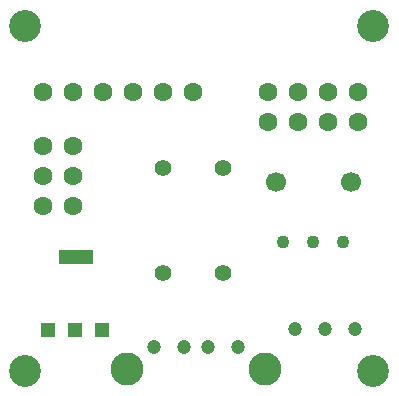
<source format=gts>
G04 (created by PCBNEW (22-Jun-2014 BZR 4027)-stable) date Wed 03 Feb 2016 19:08:17 GMT*
%MOIN*%
G04 Gerber Fmt 3.4, Leading zero omitted, Abs format*
%FSLAX34Y34*%
G01*
G70*
G90*
G04 APERTURE LIST*
%ADD10C,0.00590551*%
%ADD11C,0.0629921*%
%ADD12C,0.055*%
%ADD13C,0.110236*%
%ADD14C,0.0472441*%
%ADD15C,0.0433071*%
%ADD16C,0.0669291*%
%ADD17R,0.0472441X0.0472441*%
%ADD18R,0.11811X0.0472441*%
%ADD19C,0.106299*%
G04 APERTURE END LIST*
G54D10*
G54D11*
X82000Y-61000D03*
X82000Y-60000D03*
X81000Y-60000D03*
X81000Y-61000D03*
X80000Y-61000D03*
X80000Y-60000D03*
X83000Y-60000D03*
X83000Y-61000D03*
G54D12*
X78500Y-66050D03*
X78500Y-62550D03*
X76500Y-62550D03*
X76500Y-66050D03*
G54D11*
X75500Y-60000D03*
X74500Y-60000D03*
X73500Y-60000D03*
X72500Y-60000D03*
X76500Y-60000D03*
X77500Y-60000D03*
G54D13*
X75300Y-69250D03*
X79900Y-69250D03*
G54D14*
X76200Y-68500D03*
X77200Y-68500D03*
X78000Y-68500D03*
X79000Y-68500D03*
G54D11*
X72500Y-63800D03*
X72500Y-62800D03*
X72500Y-61800D03*
X73500Y-63800D03*
X73500Y-62800D03*
X73500Y-61800D03*
G54D15*
X81500Y-65000D03*
X80500Y-65000D03*
X82500Y-65000D03*
G54D16*
X82750Y-63000D03*
X80250Y-63000D03*
G54D14*
X81900Y-67900D03*
X80900Y-67900D03*
X82900Y-67900D03*
G54D17*
X72650Y-67950D03*
X73550Y-67950D03*
X74450Y-67950D03*
G54D18*
X73600Y-65500D03*
G54D19*
X83500Y-57800D03*
X71900Y-69300D03*
X71900Y-57800D03*
X83500Y-69300D03*
M02*

</source>
